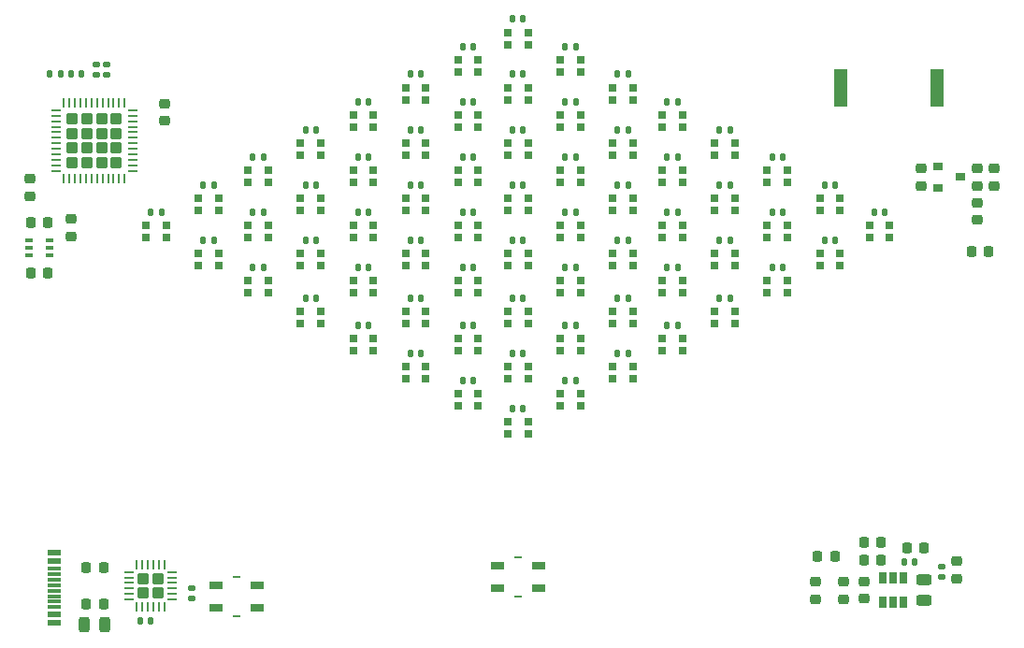
<source format=gbr>
G04 #@! TF.GenerationSoftware,KiCad,Pcbnew,5.99.0-unknown-4852a8afa1~142~ubuntu20.04.1*
G04 #@! TF.CreationDate,2021-10-18T20:21:53+02:00*
G04 #@! TF.ProjectId,chip2,63686970-322e-46b6-9963-61645f706362,1*
G04 #@! TF.SameCoordinates,Original*
G04 #@! TF.FileFunction,Paste,Top*
G04 #@! TF.FilePolarity,Positive*
%FSLAX46Y46*%
G04 Gerber Fmt 4.6, Leading zero omitted, Abs format (unit mm)*
G04 Created by KiCad (PCBNEW 5.99.0-unknown-4852a8afa1~142~ubuntu20.04.1) date 2021-10-18 20:21:53*
%MOMM*%
%LPD*%
G01*
G04 APERTURE LIST*
G04 Aperture macros list*
%AMRoundRect*
0 Rectangle with rounded corners*
0 $1 Rounding radius*
0 $2 $3 $4 $5 $6 $7 $8 $9 X,Y pos of 4 corners*
0 Add a 4 corners polygon primitive as box body*
4,1,4,$2,$3,$4,$5,$6,$7,$8,$9,$2,$3,0*
0 Add four circle primitives for the rounded corners*
1,1,$1+$1,$2,$3*
1,1,$1+$1,$4,$5*
1,1,$1+$1,$6,$7*
1,1,$1+$1,$8,$9*
0 Add four rect primitives between the rounded corners*
20,1,$1+$1,$2,$3,$4,$5,0*
20,1,$1+$1,$4,$5,$6,$7,0*
20,1,$1+$1,$6,$7,$8,$9,0*
20,1,$1+$1,$8,$9,$2,$3,0*%
G04 Aperture macros list end*
%ADD10RoundRect,0.062500X0.287500X0.062500X-0.287500X0.062500X-0.287500X-0.062500X0.287500X-0.062500X0*%
%ADD11R,1.250000X0.700000*%
%ADD12RoundRect,0.062500X-0.287500X-0.062500X0.287500X-0.062500X0.287500X0.062500X-0.287500X0.062500X0*%
%ADD13RoundRect,0.147500X-0.147500X-0.172500X0.147500X-0.172500X0.147500X0.172500X-0.147500X0.172500X0*%
%ADD14R,0.700000X0.700000*%
%ADD15RoundRect,0.218750X-0.256250X0.218750X-0.256250X-0.218750X0.256250X-0.218750X0.256250X0.218750X0*%
%ADD16RoundRect,0.147500X0.147500X0.172500X-0.147500X0.172500X-0.147500X-0.172500X0.147500X-0.172500X0*%
%ADD17RoundRect,0.218750X0.256250X-0.218750X0.256250X0.218750X-0.256250X0.218750X-0.256250X-0.218750X0*%
%ADD18RoundRect,0.243750X0.243750X0.456250X-0.243750X0.456250X-0.243750X-0.456250X0.243750X-0.456250X0*%
%ADD19RoundRect,0.218750X0.218750X0.256250X-0.218750X0.256250X-0.218750X-0.256250X0.218750X-0.256250X0*%
%ADD20R,1.160000X0.600000*%
%ADD21R,1.160000X0.300000*%
%ADD22R,0.650000X1.060000*%
%ADD23RoundRect,0.218750X-0.218750X-0.256250X0.218750X-0.256250X0.218750X0.256250X-0.218750X0.256250X0*%
%ADD24RoundRect,0.250000X-0.275000X-0.275000X0.275000X-0.275000X0.275000X0.275000X-0.275000X0.275000X0*%
%ADD25RoundRect,0.062500X-0.350000X-0.062500X0.350000X-0.062500X0.350000X0.062500X-0.350000X0.062500X0*%
%ADD26RoundRect,0.062500X-0.062500X-0.350000X0.062500X-0.350000X0.062500X0.350000X-0.062500X0.350000X0*%
%ADD27RoundRect,0.147500X0.172500X-0.147500X0.172500X0.147500X-0.172500X0.147500X-0.172500X-0.147500X0*%
%ADD28R,1.300000X3.400000*%
%ADD29RoundRect,0.147500X-0.172500X0.147500X-0.172500X-0.147500X0.172500X-0.147500X0.172500X0.147500X0*%
%ADD30RoundRect,0.243750X0.456250X-0.243750X0.456250X0.243750X-0.456250X0.243750X-0.456250X-0.243750X0*%
%ADD31R,0.900000X0.800000*%
%ADD32R,0.650000X0.400000*%
%ADD33RoundRect,0.250000X-0.285000X0.285000X-0.285000X-0.285000X0.285000X-0.285000X0.285000X0.285000X0*%
%ADD34RoundRect,0.062500X-0.062500X0.337500X-0.062500X-0.337500X0.062500X-0.337500X0.062500X0.337500X0*%
%ADD35RoundRect,0.062500X-0.337500X0.062500X-0.337500X-0.062500X0.337500X-0.062500X0.337500X0.062500X0*%
G04 APERTURE END LIST*
D10*
X120050000Y-117550000D03*
X120050000Y-114050000D03*
D11*
X121925000Y-116800000D03*
X118175000Y-116800000D03*
X121925000Y-114800000D03*
X118175000Y-114800000D03*
D12*
X145500000Y-112250000D03*
X145500000Y-115750000D03*
D11*
X143625000Y-113000000D03*
X147375000Y-113000000D03*
X143625000Y-115000000D03*
X147375000Y-115000000D03*
D13*
X126265000Y-78500000D03*
X127235000Y-78500000D03*
D14*
X149335000Y-72200000D03*
X149335000Y-73300000D03*
X151165000Y-73300000D03*
X151165000Y-72200000D03*
D15*
X188650000Y-77012500D03*
X188650000Y-78587500D03*
D14*
X154085000Y-89950000D03*
X154085000Y-91050000D03*
X155915000Y-91050000D03*
X155915000Y-89950000D03*
D13*
X105015000Y-68500000D03*
X105985000Y-68500000D03*
X135765000Y-83500000D03*
X136735000Y-83500000D03*
D16*
X131985000Y-91250000D03*
X131015000Y-91250000D03*
D14*
X163335000Y-79700000D03*
X163335000Y-80800000D03*
X165165000Y-80800000D03*
X165165000Y-79700000D03*
D16*
X145985000Y-63500000D03*
X145015000Y-63500000D03*
D17*
X105050000Y-83187500D03*
X105050000Y-81612500D03*
D14*
X125835000Y-79700000D03*
X125835000Y-80800000D03*
X127665000Y-80800000D03*
X127665000Y-79700000D03*
D16*
X164735000Y-83500000D03*
X163765000Y-83500000D03*
D13*
X173265000Y-83500000D03*
X174235000Y-83500000D03*
D14*
X158585000Y-82200000D03*
X158585000Y-83300000D03*
X160415000Y-83300000D03*
X160415000Y-82200000D03*
D16*
X127235000Y-88750000D03*
X126265000Y-88750000D03*
D13*
X135765000Y-68500000D03*
X136735000Y-68500000D03*
D16*
X127235000Y-73500000D03*
X126265000Y-73500000D03*
X150735000Y-81000000D03*
X149765000Y-81000000D03*
D14*
X149335000Y-77200000D03*
X149335000Y-78300000D03*
X151165000Y-78300000D03*
X151165000Y-77200000D03*
D13*
X131015000Y-76000000D03*
X131985000Y-76000000D03*
D14*
X140085000Y-72200000D03*
X140085000Y-73300000D03*
X141915000Y-73300000D03*
X141915000Y-72200000D03*
D13*
X140515000Y-81000000D03*
X141485000Y-81000000D03*
D15*
X182000000Y-77012500D03*
X182000000Y-78587500D03*
D13*
X140515000Y-71000000D03*
X141485000Y-71000000D03*
D14*
X149335000Y-82200000D03*
X149335000Y-83300000D03*
X151165000Y-83300000D03*
X151165000Y-82200000D03*
X116585000Y-84700000D03*
X116585000Y-85800000D03*
X118415000Y-85800000D03*
X118415000Y-84700000D03*
D18*
X108137500Y-118350000D03*
X106262500Y-118350000D03*
D13*
X111315000Y-118000000D03*
X112285000Y-118000000D03*
D17*
X172450000Y-116047500D03*
X172450000Y-114472500D03*
D15*
X187100000Y-77012500D03*
X187100000Y-78587500D03*
D14*
X172835000Y-79700000D03*
X172835000Y-80800000D03*
X174665000Y-80800000D03*
X174665000Y-79700000D03*
D13*
X154515000Y-68500000D03*
X155485000Y-68500000D03*
D19*
X102962500Y-81900000D03*
X101387500Y-81900000D03*
D13*
X140515000Y-86000000D03*
X141485000Y-86000000D03*
D16*
X150735000Y-76000000D03*
X149765000Y-76000000D03*
D14*
X149335000Y-87200000D03*
X149335000Y-88300000D03*
X151165000Y-88300000D03*
X151165000Y-87200000D03*
D20*
X103510000Y-111800000D03*
X103510000Y-112600000D03*
D21*
X103510000Y-113750000D03*
X103510000Y-114750000D03*
X103510000Y-115250000D03*
X103510000Y-116250000D03*
D20*
X103510000Y-117400000D03*
X103510000Y-118200000D03*
X103510000Y-118200000D03*
X103510000Y-117400000D03*
D21*
X103510000Y-116750000D03*
X103510000Y-115750000D03*
X103510000Y-114250000D03*
X103510000Y-113250000D03*
D20*
X103510000Y-112600000D03*
X103510000Y-111800000D03*
D16*
X127235000Y-83500000D03*
X126265000Y-83500000D03*
D17*
X176850000Y-115987500D03*
X176850000Y-114412500D03*
D16*
X136735000Y-93750000D03*
X135765000Y-93750000D03*
D14*
X163335000Y-74700000D03*
X163335000Y-75800000D03*
X165165000Y-75800000D03*
X165165000Y-74700000D03*
X144585000Y-89950000D03*
X144585000Y-91050000D03*
X146415000Y-91050000D03*
X146415000Y-89950000D03*
D16*
X155485000Y-78500000D03*
X154515000Y-78500000D03*
D15*
X113550000Y-71137500D03*
X113550000Y-72712500D03*
D14*
X154085000Y-79700000D03*
X154085000Y-80800000D03*
X155915000Y-80800000D03*
X155915000Y-79700000D03*
X158585000Y-77200000D03*
X158585000Y-78300000D03*
X160415000Y-78300000D03*
X160415000Y-77200000D03*
X130585000Y-72200000D03*
X130585000Y-73300000D03*
X132415000Y-73300000D03*
X132415000Y-72200000D03*
X140085000Y-87200000D03*
X140085000Y-88300000D03*
X141915000Y-88300000D03*
X141915000Y-87200000D03*
X140085000Y-77200000D03*
X140085000Y-78300000D03*
X141915000Y-78300000D03*
X141915000Y-77200000D03*
D13*
X112265000Y-81000000D03*
X113235000Y-81000000D03*
D14*
X125835000Y-84700000D03*
X125835000Y-85800000D03*
X127665000Y-85800000D03*
X127665000Y-84700000D03*
D16*
X150735000Y-91250000D03*
X149765000Y-91250000D03*
X145985000Y-98750000D03*
X145015000Y-98750000D03*
D14*
X168085000Y-82200000D03*
X168085000Y-83300000D03*
X169915000Y-83300000D03*
X169915000Y-82200000D03*
D13*
X117015000Y-78500000D03*
X117985000Y-78500000D03*
D14*
X135335000Y-89950000D03*
X135335000Y-91050000D03*
X137165000Y-91050000D03*
X137165000Y-89950000D03*
D16*
X169485000Y-76000000D03*
X168515000Y-76000000D03*
D13*
X131015000Y-71000000D03*
X131985000Y-71000000D03*
D14*
X163335000Y-89950000D03*
X163335000Y-91050000D03*
X165165000Y-91050000D03*
X165165000Y-89950000D03*
D13*
X154515000Y-73500000D03*
X155485000Y-73500000D03*
D17*
X185200000Y-114187500D03*
X185200000Y-112612500D03*
D14*
X149335000Y-67200000D03*
X149335000Y-68300000D03*
X151165000Y-68300000D03*
X151165000Y-67200000D03*
D13*
X149765000Y-86000000D03*
X150735000Y-86000000D03*
X145015000Y-88750000D03*
X145985000Y-88750000D03*
D14*
X168085000Y-87200000D03*
X168085000Y-88300000D03*
X169915000Y-88300000D03*
X169915000Y-87200000D03*
D17*
X187100000Y-81687500D03*
X187100000Y-80112500D03*
D14*
X130585000Y-77200000D03*
X130585000Y-78300000D03*
X132415000Y-78300000D03*
X132415000Y-77200000D03*
D22*
X178500000Y-116300000D03*
X179450000Y-116300000D03*
X180400000Y-116300000D03*
X180400000Y-114100000D03*
X179450000Y-114100000D03*
X178500000Y-114100000D03*
D14*
X144585000Y-69700000D03*
X144585000Y-70800000D03*
X146415000Y-70800000D03*
X146415000Y-69700000D03*
X144585000Y-74700000D03*
X144585000Y-75800000D03*
X146415000Y-75800000D03*
X146415000Y-74700000D03*
X172835000Y-84700000D03*
X172835000Y-85800000D03*
X174665000Y-85800000D03*
X174665000Y-84700000D03*
D16*
X131985000Y-81000000D03*
X131015000Y-81000000D03*
D14*
X140085000Y-97450000D03*
X140085000Y-98550000D03*
X141915000Y-98550000D03*
X141915000Y-97450000D03*
X154085000Y-94950000D03*
X154085000Y-96050000D03*
X155915000Y-96050000D03*
X155915000Y-94950000D03*
D23*
X186562500Y-84525000D03*
X188137500Y-84525000D03*
D13*
X145015000Y-73500000D03*
X145985000Y-73500000D03*
X149765000Y-96250000D03*
X150735000Y-96250000D03*
D14*
X135335000Y-74700000D03*
X135335000Y-75800000D03*
X137165000Y-75800000D03*
X137165000Y-74700000D03*
X135335000Y-79700000D03*
X135335000Y-80800000D03*
X137165000Y-80800000D03*
X137165000Y-79700000D03*
X163335000Y-84700000D03*
X163335000Y-85800000D03*
X165165000Y-85800000D03*
X165165000Y-84700000D03*
D16*
X122485000Y-81000000D03*
X121515000Y-81000000D03*
D23*
X180712500Y-111350000D03*
X182287500Y-111350000D03*
D14*
X154085000Y-84700000D03*
X154085000Y-85800000D03*
X155915000Y-85800000D03*
X155915000Y-84700000D03*
X144585000Y-79700000D03*
X144585000Y-80800000D03*
X146415000Y-80800000D03*
X146415000Y-79700000D03*
X144585000Y-99950000D03*
X144585000Y-101050000D03*
X146415000Y-101050000D03*
X146415000Y-99950000D03*
D13*
X177765000Y-81000000D03*
X178735000Y-81000000D03*
D14*
X140085000Y-67200000D03*
X140085000Y-68300000D03*
X141915000Y-68300000D03*
X141915000Y-67200000D03*
D24*
X111600000Y-115462500D03*
X112900000Y-115462500D03*
X112900000Y-114162500D03*
X111600000Y-114162500D03*
D25*
X110312500Y-113562500D03*
X110312500Y-114062500D03*
X110312500Y-114562500D03*
X110312500Y-115062500D03*
X110312500Y-115562500D03*
X110312500Y-116062500D03*
D26*
X111000000Y-116750000D03*
X111500000Y-116750000D03*
X112000000Y-116750000D03*
X112500000Y-116750000D03*
X113000000Y-116750000D03*
X113500000Y-116750000D03*
D25*
X114187500Y-116062500D03*
X114187500Y-115562500D03*
X114187500Y-115062500D03*
X114187500Y-114562500D03*
X114187500Y-114062500D03*
X114187500Y-113562500D03*
D26*
X113500000Y-112875000D03*
X113000000Y-112875000D03*
X112500000Y-112875000D03*
X112000000Y-112875000D03*
X111500000Y-112875000D03*
X111000000Y-112875000D03*
D23*
X101387500Y-86500000D03*
X102962500Y-86500000D03*
D14*
X154085000Y-69700000D03*
X154085000Y-70800000D03*
X155915000Y-70800000D03*
X155915000Y-69700000D03*
D16*
X122485000Y-76000000D03*
X121515000Y-76000000D03*
D14*
X154085000Y-74700000D03*
X154085000Y-75800000D03*
X155915000Y-75800000D03*
X155915000Y-74700000D03*
X135335000Y-94950000D03*
X135335000Y-96050000D03*
X137165000Y-96050000D03*
X137165000Y-94950000D03*
D16*
X164735000Y-73500000D03*
X163765000Y-73500000D03*
X164735000Y-78500000D03*
X163765000Y-78500000D03*
D13*
X140515000Y-76000000D03*
X141485000Y-76000000D03*
D16*
X150735000Y-71000000D03*
X149765000Y-71000000D03*
D14*
X140085000Y-82200000D03*
X140085000Y-83300000D03*
X141915000Y-83300000D03*
X141915000Y-82200000D03*
D16*
X159985000Y-71000000D03*
X159015000Y-71000000D03*
D13*
X121515000Y-86000000D03*
X122485000Y-86000000D03*
X103115000Y-68500000D03*
X104085000Y-68500000D03*
D27*
X108300000Y-68585000D03*
X108300000Y-67615000D03*
D13*
X140515000Y-91250000D03*
X141485000Y-91250000D03*
D14*
X125835000Y-89950000D03*
X125835000Y-91050000D03*
X127665000Y-91050000D03*
X127665000Y-89950000D03*
X140085000Y-92450000D03*
X140085000Y-93550000D03*
X141915000Y-93550000D03*
X141915000Y-92450000D03*
D15*
X101300000Y-77962500D03*
X101300000Y-79537500D03*
D28*
X174750000Y-69700000D03*
X183450000Y-69700000D03*
D13*
X154515000Y-93750000D03*
X155485000Y-93750000D03*
D29*
X116000000Y-114990000D03*
X116000000Y-115960000D03*
D16*
X159985000Y-91250000D03*
X159015000Y-91250000D03*
D14*
X121085000Y-82200000D03*
X121085000Y-83300000D03*
X122915000Y-83300000D03*
X122915000Y-82200000D03*
X130585000Y-82200000D03*
X130585000Y-83300000D03*
X132415000Y-83300000D03*
X132415000Y-82200000D03*
D13*
X168515000Y-86000000D03*
X169485000Y-86000000D03*
D14*
X111835000Y-82200000D03*
X111835000Y-83300000D03*
X113665000Y-83300000D03*
X113665000Y-82200000D03*
D23*
X176812500Y-110899999D03*
X178387500Y-110899999D03*
D13*
X180465000Y-112700000D03*
X181435000Y-112700000D03*
D27*
X183900001Y-114035000D03*
X183900001Y-113065000D03*
D13*
X145015000Y-83500000D03*
X145985000Y-83500000D03*
D14*
X158585000Y-92450000D03*
X158585000Y-93550000D03*
X160415000Y-93550000D03*
X160415000Y-92450000D03*
D13*
X173265000Y-78500000D03*
X174235000Y-78500000D03*
X168515000Y-81000000D03*
X169485000Y-81000000D03*
D16*
X150735000Y-66000000D03*
X149765000Y-66000000D03*
D13*
X140515000Y-96250000D03*
X141485000Y-96250000D03*
D30*
X182300000Y-116137500D03*
X182300000Y-114262500D03*
D14*
X121085000Y-77200000D03*
X121085000Y-78300000D03*
X122915000Y-78300000D03*
X122915000Y-77200000D03*
D23*
X106412500Y-116450000D03*
X107987500Y-116450000D03*
D14*
X177335000Y-82200000D03*
X177335000Y-83300000D03*
X179165000Y-83300000D03*
X179165000Y-82200000D03*
D13*
X140515000Y-66000000D03*
X141485000Y-66000000D03*
D14*
X144585000Y-84700000D03*
X144585000Y-85800000D03*
X146415000Y-85800000D03*
X146415000Y-84700000D03*
X130585000Y-92450000D03*
X130585000Y-93550000D03*
X132415000Y-93550000D03*
X132415000Y-92450000D03*
D23*
X106412500Y-113200000D03*
X107987500Y-113200000D03*
D14*
X149335000Y-92450000D03*
X149335000Y-93550000D03*
X151165000Y-93550000D03*
X151165000Y-92450000D03*
D13*
X154515000Y-83500000D03*
X155485000Y-83500000D03*
D14*
X158585000Y-72200000D03*
X158585000Y-73300000D03*
X160415000Y-73300000D03*
X160415000Y-72200000D03*
D13*
X163765000Y-88750000D03*
X164735000Y-88750000D03*
D31*
X183550000Y-76850000D03*
X183550000Y-78750000D03*
X185550000Y-77800000D03*
D14*
X135335000Y-84700000D03*
X135335000Y-85800000D03*
X137165000Y-85800000D03*
X137165000Y-84700000D03*
D16*
X159985000Y-76000000D03*
X159015000Y-76000000D03*
D14*
X168085000Y-77200000D03*
X168085000Y-78300000D03*
X169915000Y-78300000D03*
X169915000Y-77200000D03*
D16*
X117985000Y-83500000D03*
X117015000Y-83500000D03*
D14*
X149335000Y-97450000D03*
X149335000Y-98550000D03*
X151165000Y-98550000D03*
X151165000Y-97450000D03*
X121085000Y-87200000D03*
X121085000Y-88300000D03*
X122915000Y-88300000D03*
X122915000Y-87200000D03*
D19*
X178387500Y-112450000D03*
X176812500Y-112450000D03*
D14*
X144585000Y-94950000D03*
X144585000Y-96050000D03*
X146415000Y-96050000D03*
X146415000Y-94950000D03*
D16*
X145985000Y-93750000D03*
X145015000Y-93750000D03*
D14*
X116585000Y-79700000D03*
X116585000Y-80800000D03*
X118415000Y-80800000D03*
X118415000Y-79700000D03*
X125835000Y-74700000D03*
X125835000Y-75800000D03*
X127665000Y-75800000D03*
X127665000Y-74700000D03*
D32*
X101225000Y-83550000D03*
X101225000Y-84200000D03*
X101225000Y-84850000D03*
X103125000Y-84850000D03*
X103125000Y-84200000D03*
X103125000Y-83550000D03*
D16*
X136735000Y-73500000D03*
X135765000Y-73500000D03*
D13*
X159015000Y-81000000D03*
X159985000Y-81000000D03*
D14*
X144585000Y-64700000D03*
X144585000Y-65800000D03*
X146415000Y-65800000D03*
X146415000Y-64700000D03*
D16*
X132000000Y-86000000D03*
X131030000Y-86000000D03*
X136735000Y-88750000D03*
X135765000Y-88750000D03*
D15*
X174950000Y-114450000D03*
X174950000Y-116025000D03*
D16*
X159985000Y-86000000D03*
X159015000Y-86000000D03*
D14*
X158585000Y-87200000D03*
X158585000Y-88300000D03*
X160415000Y-88300000D03*
X160415000Y-87200000D03*
D33*
X106490000Y-75160000D03*
X105170000Y-76480000D03*
X105170000Y-72520000D03*
X105170000Y-75160000D03*
X107810000Y-73840000D03*
X109130000Y-75160000D03*
X107810000Y-75160000D03*
X109130000Y-76480000D03*
X106490000Y-72520000D03*
X107810000Y-76480000D03*
X107810000Y-72520000D03*
X106490000Y-76480000D03*
X109130000Y-73840000D03*
X105170000Y-73840000D03*
X109130000Y-72520000D03*
X106490000Y-73840000D03*
D34*
X109900000Y-71050000D03*
X109400000Y-71050000D03*
X108900000Y-71050000D03*
X108400000Y-71050000D03*
X107900000Y-71050000D03*
X107400000Y-71050000D03*
X106900000Y-71050000D03*
X106400000Y-71050000D03*
X105900000Y-71050000D03*
X105400000Y-71050000D03*
X104900000Y-71050000D03*
X104400000Y-71050000D03*
D35*
X103700000Y-71750000D03*
X103700000Y-72250000D03*
X103700000Y-72750000D03*
X103700000Y-73250000D03*
X103700000Y-73750000D03*
X103700000Y-74250000D03*
X103700000Y-74750000D03*
X103700000Y-75250000D03*
X103700000Y-75750000D03*
X103700000Y-76250000D03*
X103700000Y-76750000D03*
X103700000Y-77250000D03*
D34*
X104400000Y-77950000D03*
X104900000Y-77950000D03*
X105400000Y-77950000D03*
X105900000Y-77950000D03*
X106400000Y-77950000D03*
X106900000Y-77950000D03*
X107400000Y-77950000D03*
X107900000Y-77950000D03*
X108400000Y-77950000D03*
X108900000Y-77950000D03*
X109400000Y-77950000D03*
X109900000Y-77950000D03*
D35*
X110600000Y-77250000D03*
X110600000Y-76750000D03*
X110600000Y-76250000D03*
X110600000Y-75750000D03*
X110600000Y-75250000D03*
X110600000Y-74750000D03*
X110600000Y-74250000D03*
X110600000Y-73750000D03*
X110600000Y-73250000D03*
X110600000Y-72750000D03*
X110600000Y-72250000D03*
X110600000Y-71750000D03*
D16*
X136735000Y-78500000D03*
X135765000Y-78500000D03*
D23*
X172642500Y-112130000D03*
X174217500Y-112130000D03*
D27*
X107300000Y-68585000D03*
X107300000Y-67615000D03*
D14*
X130585000Y-87200000D03*
X130585000Y-88300000D03*
X132415000Y-88300000D03*
X132415000Y-87200000D03*
D16*
X155485000Y-88750000D03*
X154515000Y-88750000D03*
D14*
X135335000Y-69700000D03*
X135335000Y-70800000D03*
X137165000Y-70800000D03*
X137165000Y-69700000D03*
D13*
X145015000Y-68500000D03*
X145985000Y-68500000D03*
D16*
X145985000Y-78500000D03*
X145015000Y-78500000D03*
M02*

</source>
